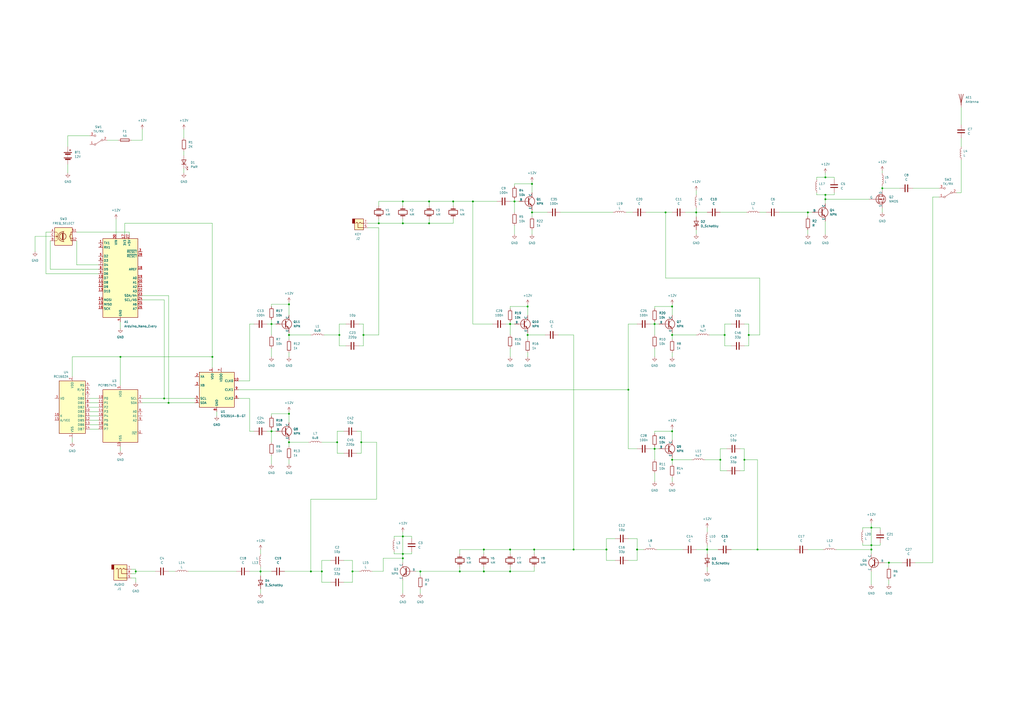
<source format=kicad_sch>
(kicad_sch (version 20230121) (generator eeschema)
  (paper "A2")
  (junction (at 309.88 318.77))
  (junction (at 420.37 194.31))
  (junction (at 248.92 116.84))
  (junction (at 69.85 207.01))
  (junction (at 478.79 102.87))
  (junction (at 295.91 187.96))
  (junction (at 403.86 123.19))
  (junction (at 280.67 318.77))
  (junction (at 209.55 256.54))
  (junction (at 196.85 194.31))
  (junction (at 410.21 318.77))
  (junction (at 295.91 318.77))
  (junction (at 151.13 331.47))
  (junction (at 389.89 194.31))
  (junction (at 511.81 109.22))
  (junction (at 439.42 318.77))
  (junction (at 389.89 177.8))
  (junction (at 417.83 266.7))
  (junction (at 157.48 250.19))
  (junction (at 266.7 331.47))
  (junction (at 379.73 260.35))
  (junction (at 379.73 187.96))
  (junction (at 478.79 113.03))
  (junction (at 248.92 129.54))
  (junction (at 233.68 311.15))
  (junction (at 478.79 115.57))
  (junction (at 233.68 321.31))
  (junction (at 306.07 177.8))
  (junction (at 389.89 250.19))
  (junction (at 505.46 318.77))
  (junction (at 78.74 331.47))
  (junction (at 219.71 129.54))
  (junction (at 351.79 318.77))
  (junction (at 515.62 326.39))
  (junction (at 233.68 323.85))
  (junction (at 95.25 231.14))
  (junction (at 364.49 226.06))
  (junction (at 186.69 331.47))
  (junction (at 274.32 116.84))
  (junction (at 167.64 240.03))
  (junction (at 386.08 123.19))
  (junction (at 233.68 116.84))
  (junction (at 243.84 331.47))
  (junction (at 431.8 266.7))
  (junction (at 233.68 129.54))
  (junction (at 180.34 331.47))
  (junction (at 167.64 176.53))
  (junction (at 505.46 316.23))
  (junction (at 332.74 318.77))
  (junction (at 167.64 194.31))
  (junction (at 97.79 233.68))
  (junction (at 195.58 256.54))
  (junction (at 157.48 187.96))
  (junction (at 468.63 123.19))
  (junction (at 298.45 116.84))
  (junction (at 308.61 106.68))
  (junction (at 123.19 207.01))
  (junction (at 308.61 123.19))
  (junction (at 369.57 318.77))
  (junction (at 262.89 116.84))
  (junction (at 280.67 331.47))
  (junction (at 204.47 331.47))
  (junction (at 389.89 266.7))
  (junction (at 295.91 331.47))
  (junction (at 505.46 306.07))
  (junction (at 434.34 194.31))
  (junction (at 306.07 194.31))
  (junction (at 210.82 194.31))
  (junction (at 167.64 256.54))
  (wire (pts (xy 369.57 318.77) (xy 373.38 318.77)))
  (wire (pts (xy 541.02 114.3) (xy 541.02 326.39)))
  (wire (pts (xy 20.32 137.16) (xy 20.32 146.05)))
  (wire (pts (xy 389.89 250.19) (xy 389.89 255.27)))
  (wire (pts (xy 199.39 325.12) (xy 204.47 325.12)))
  (wire (pts (xy 523.24 326.39) (xy 515.62 326.39)))
  (wire (pts (xy 513.08 326.39) (xy 515.62 326.39)))
  (wire (pts (xy 410.21 321.31) (xy 410.21 318.77)))
  (wire (pts (xy 200.66 200.66) (xy 196.85 200.66)))
  (wire (pts (xy 191.77 337.82) (xy 186.69 337.82)))
  (wire (pts (xy 274.32 116.84) (xy 288.29 116.84)))
  (wire (pts (xy 403.86 125.73) (xy 403.86 123.19)))
  (wire (pts (xy 440.69 194.31) (xy 434.34 194.31)))
  (wire (pts (xy 266.7 331.47) (xy 280.67 331.47)))
  (wire (pts (xy 262.89 129.54) (xy 248.92 129.54)))
  (wire (pts (xy 389.89 177.8) (xy 389.89 182.88)))
  (wire (pts (xy 403.86 110.49) (xy 403.86 113.03)))
  (wire (pts (xy 157.48 176.53) (xy 167.64 176.53)))
  (wire (pts (xy 364.49 260.35) (xy 369.57 260.35)))
  (wire (pts (xy 78.74 330.2) (xy 78.74 331.47)))
  (wire (pts (xy 351.79 318.77) (xy 351.79 325.12)))
  (wire (pts (xy 208.28 187.96) (xy 210.82 187.96)))
  (wire (pts (xy 309.88 328.93) (xy 309.88 331.47)))
  (wire (pts (xy 266.7 328.93) (xy 266.7 331.47)))
  (wire (pts (xy 204.47 331.47) (xy 208.28 331.47)))
  (wire (pts (xy 483.87 102.87) (xy 478.79 102.87)))
  (wire (pts (xy 222.25 331.47) (xy 215.9 331.47)))
  (wire (pts (xy 69.85 190.5) (xy 69.85 186.69)))
  (wire (pts (xy 541.02 114.3) (xy 544.83 114.3)))
  (wire (pts (xy 379.73 186.69) (xy 379.73 187.96)))
  (wire (pts (xy 41.91 256.54) (xy 41.91 254)))
  (wire (pts (xy 82.55 81.28) (xy 76.2 81.28)))
  (wire (pts (xy 39.37 85.09) (xy 39.37 78.74)))
  (wire (pts (xy 72.39 129.54) (xy 123.19 129.54)))
  (wire (pts (xy 26.67 158.75) (xy 57.15 158.75)))
  (wire (pts (xy 295.91 179.07) (xy 295.91 177.8)))
  (wire (pts (xy 243.84 334.01) (xy 243.84 331.47)))
  (wire (pts (xy 541.02 326.39) (xy 530.86 326.39)))
  (wire (pts (xy 233.68 321.31) (xy 233.68 311.15)))
  (wire (pts (xy 274.32 116.84) (xy 274.32 187.96)))
  (wire (pts (xy 478.79 115.57) (xy 504.19 115.57)))
  (wire (pts (xy 417.83 123.19) (xy 433.07 123.19)))
  (wire (pts (xy 505.46 316.23) (xy 505.46 306.07)))
  (wire (pts (xy 505.46 318.77) (xy 505.46 321.31)))
  (wire (pts (xy 379.73 179.07) (xy 379.73 177.8)))
  (wire (pts (xy 167.64 207.033) (xy 167.64 204.47)))
  (wire (pts (xy 510.54 314.96) (xy 510.54 316.23)))
  (wire (pts (xy 39.37 100.33) (xy 39.37 95.25)))
  (wire (pts (xy 434.34 200.66) (xy 434.34 194.31)))
  (wire (pts (xy 500.38 306.07) (xy 505.46 306.07)))
  (wire (pts (xy 233.68 129.54) (xy 248.92 129.54)))
  (wire (pts (xy 389.89 176.53) (xy 389.89 177.8)))
  (wire (pts (xy 420.37 187.96) (xy 424.18 187.96)))
  (wire (pts (xy 280.67 318.77) (xy 266.7 318.77)))
  (wire (pts (xy 233.68 323.85) (xy 233.68 326.39)))
  (wire (pts (xy 167.64 238.76) (xy 167.64 240.03)))
  (wire (pts (xy 420.37 194.31) (xy 411.48 194.31)))
  (wire (pts (xy 39.37 78.74) (xy 52.07 78.74)))
  (wire (pts (xy 309.88 318.77) (xy 332.74 318.77)))
  (wire (pts (xy 186.69 325.12) (xy 186.69 331.47)))
  (wire (pts (xy 420.37 200.66) (xy 420.37 194.31)))
  (wire (pts (xy 410.21 306.07) (xy 410.21 308.61)))
  (wire (pts (xy 144.78 220.98) (xy 138.43 220.98)))
  (wire (pts (xy 144.78 250.19) (xy 147.32 250.19)))
  (wire (pts (xy 389.89 193.04) (xy 389.89 194.31)))
  (wire (pts (xy 262.89 127) (xy 262.89 129.54)))
  (wire (pts (xy 309.88 321.31) (xy 309.88 318.77)))
  (wire (pts (xy 364.49 187.96) (xy 364.49 226.06)))
  (wire (pts (xy 468.63 123.19) (xy 471.17 123.19)))
  (wire (pts (xy 248.92 116.84) (xy 248.92 119.38)))
  (wire (pts (xy 138.43 226.06) (xy 364.49 226.06)))
  (wire (pts (xy 424.18 200.66) (xy 420.37 200.66)))
  (wire (pts (xy 248.92 116.84) (xy 262.89 116.84)))
  (wire (pts (xy 218.44 289.56) (xy 218.44 256.54)))
  (wire (pts (xy 295.91 331.47) (xy 280.67 331.47)))
  (wire (pts (xy 431.8 187.96) (xy 434.34 187.96)))
  (wire (pts (xy 500.38 306.07) (xy 500.38 307.34)))
  (wire (pts (xy 369.57 318.77) (xy 369.57 325.12)))
  (wire (pts (xy 410.21 318.77) (xy 410.21 316.23)))
  (wire (pts (xy 238.76 311.15) (xy 233.68 311.15)))
  (wire (pts (xy 386.08 123.19) (xy 386.08 161.29)))
  (wire (pts (xy 44.45 153.67) (xy 57.15 153.67)))
  (wire (pts (xy 151.13 331.47) (xy 151.13 328.93)))
  (wire (pts (xy 511.81 109.22) (xy 511.81 110.49)))
  (wire (pts (xy 309.88 318.77) (xy 295.91 318.77)))
  (wire (pts (xy 374.65 123.19) (xy 386.08 123.19)))
  (wire (pts (xy 167.64 176.53) (xy 167.64 182.88)))
  (wire (pts (xy 364.49 187.96) (xy 369.57 187.96)))
  (wire (pts (xy 233.68 323.85) (xy 233.68 321.31)))
  (wire (pts (xy 78.74 331.47) (xy 90.17 331.47)))
  (wire (pts (xy 52.07 246.38) (xy 57.15 246.38)))
  (wire (pts (xy 379.73 260.35) (xy 379.73 266.7)))
  (wire (pts (xy 238.76 312.42) (xy 238.76 311.15)))
  (wire (pts (xy 125.73 241.3) (xy 125.73 238.76)))
  (wire (pts (xy 52.07 238.76) (xy 57.15 238.76)))
  (wire (pts (xy 207.01 250.19) (xy 209.55 250.19)))
  (wire (pts (xy 167.64 240.03) (xy 167.64 245.11)))
  (wire (pts (xy 180.34 289.56) (xy 218.44 289.56)))
  (wire (pts (xy 379.73 187.96) (xy 379.73 194.31)))
  (wire (pts (xy 186.69 325.12) (xy 191.77 325.12)))
  (wire (pts (xy 295.91 187.96) (xy 298.45 187.96)))
  (wire (pts (xy 364.49 260.35) (xy 364.49 226.06)))
  (wire (pts (xy 219.71 129.54) (xy 233.68 129.54)))
  (wire (pts (xy 196.85 187.96) (xy 196.85 194.31)))
  (wire (pts (xy 52.07 231.14) (xy 57.15 231.14)))
  (wire (pts (xy 386.08 123.19) (xy 389.89 123.19)))
  (wire (pts (xy 431.8 273.05) (xy 431.8 266.7)))
  (wire (pts (xy 123.19 207.01) (xy 69.85 207.01)))
  (wire (pts (xy 308.61 123.19) (xy 317.5 123.19)))
  (wire (pts (xy 363.22 123.19) (xy 367.03 123.19)))
  (wire (pts (xy 417.83 273.05) (xy 417.83 266.7)))
  (wire (pts (xy 78.74 330.2) (xy 76.2 330.2)))
  (wire (pts (xy 167.64 255.27) (xy 167.64 256.54)))
  (wire (pts (xy 186.69 331.47) (xy 186.69 337.82)))
  (wire (pts (xy 431.8 200.66) (xy 434.34 200.66)))
  (wire (pts (xy 389.89 248.92) (xy 389.89 250.19)))
  (wire (pts (xy 298.45 106.68) (xy 308.61 106.68)))
  (wire (pts (xy 151.13 344.17) (xy 151.13 341.63)))
  (wire (pts (xy 233.68 116.84) (xy 248.92 116.84)))
  (wire (pts (xy 389.89 265.43) (xy 389.89 266.7)))
  (wire (pts (xy 511.81 123.19) (xy 511.81 120.65)))
  (wire (pts (xy 421.64 273.05) (xy 417.83 273.05)))
  (wire (pts (xy 364.49 312.42) (xy 369.57 312.42)))
  (wire (pts (xy 557.53 80.01) (xy 557.53 85.09)))
  (wire (pts (xy 306.07 177.8) (xy 306.07 182.88)))
  (wire (pts (xy 243.84 331.47) (xy 266.7 331.47)))
  (wire (pts (xy 511.81 109.22) (xy 521.97 109.22)))
  (wire (pts (xy 416.56 318.77) (xy 410.21 318.77)))
  (wire (pts (xy 351.79 312.42) (xy 351.79 318.77)))
  (wire (pts (xy 82.55 171.45) (xy 97.79 171.45)))
  (wire (pts (xy 167.64 256.54) (xy 167.64 259.08)))
  (wire (pts (xy 431.8 266.7) (xy 439.42 266.7)))
  (wire (pts (xy 44.45 139.7) (xy 44.45 153.67)))
  (wire (pts (xy 309.88 331.47) (xy 295.91 331.47)))
  (wire (pts (xy 233.68 344.17) (xy 233.68 336.55)))
  (wire (pts (xy 468.63 135.89) (xy 468.63 133.35)))
  (wire (pts (xy 306.07 194.31) (xy 316.23 194.31)))
  (wire (pts (xy 478.79 135.89) (xy 478.79 128.27)))
  (wire (pts (xy 452.12 123.19) (xy 468.63 123.19)))
  (wire (pts (xy 106.68 80.01) (xy 106.68 74.93)))
  (wire (pts (xy 306.07 176.53) (xy 306.07 177.8)))
  (wire (pts (xy 403.86 135.89) (xy 403.86 133.35)))
  (wire (pts (xy 219.71 132.08) (xy 219.71 194.31)))
  (wire (pts (xy 167.64 194.31) (xy 180.34 194.31)))
  (wire (pts (xy 483.87 104.14) (xy 483.87 102.87)))
  (wire (pts (xy 356.87 325.12) (xy 351.79 325.12)))
  (wire (pts (xy 295.91 207.01) (xy 295.91 201.93)))
  (wire (pts (xy 78.74 335.28) (xy 78.74 337.82)))
  (wire (pts (xy 510.54 307.34) (xy 510.54 306.07)))
  (wire (pts (xy 403.86 123.19) (xy 403.86 120.65)))
  (wire (pts (xy 29.21 156.21) (xy 57.15 156.21)))
  (wire (pts (xy 515.62 339.09) (xy 515.62 336.55)))
  (wire (pts (xy 332.74 318.77) (xy 351.79 318.77)))
  (wire (pts (xy 233.68 119.38) (xy 233.68 116.84)))
  (wire (pts (xy 468.63 318.77) (xy 477.52 318.77)))
  (wire (pts (xy 308.61 121.92) (xy 308.61 123.19)))
  (wire (pts (xy 505.46 306.07) (xy 505.46 303.53)))
  (wire (pts (xy 266.7 321.31) (xy 266.7 318.77)))
  (wire (pts (xy 554.99 111.76) (xy 557.53 111.76)))
  (wire (pts (xy 308.61 123.19) (xy 308.61 125.73)))
  (wire (pts (xy 157.48 187.96) (xy 157.48 194.31)))
  (wire (pts (xy 219.71 119.38) (xy 219.71 116.84)))
  (wire (pts (xy 74.93 135.89) (xy 74.93 134.62)))
  (wire (pts (xy 26.67 134.62) (xy 26.67 158.75)))
  (wire (pts (xy 280.67 331.47) (xy 280.67 328.93)))
  (wire (pts (xy 106.68 97.79) (xy 106.68 100.33)))
  (wire (pts (xy 478.79 113.03) (xy 483.87 113.03)))
  (wire (pts (xy 69.85 261.62) (xy 69.85 259.08)))
  (wire (pts (xy 500.38 316.23) (xy 505.46 316.23)))
  (wire (pts (xy 420.37 187.96) (xy 420.37 194.31)))
  (wire (pts (xy 52.07 241.3) (xy 57.15 241.3)))
  (wire (pts (xy 440.69 123.19) (xy 444.5 123.19)))
  (wire (pts (xy 478.79 102.87) (xy 478.79 100.33)))
  (wire (pts (xy 228.6 320.04) (xy 228.6 321.31)))
  (wire (pts (xy 209.55 262.89) (xy 209.55 256.54)))
  (wire (pts (xy 123.19 207.01) (xy 123.19 213.36)))
  (wire (pts (xy 440.69 161.29) (xy 386.08 161.29)))
  (wire (pts (xy 82.55 74.93) (xy 82.55 81.28)))
  (wire (pts (xy 213.36 129.54) (xy 219.71 129.54)))
  (wire (pts (xy 262.89 116.84) (xy 274.32 116.84)))
  (wire (pts (xy 243.84 344.17) (xy 243.84 341.63)))
  (wire (pts (xy 511.81 107.95) (xy 511.81 109.22)))
  (wire (pts (xy 138.43 231.14) (xy 144.78 231.14)))
  (wire (pts (xy 113.03 231.14) (xy 95.25 231.14)))
  (wire (pts (xy 473.71 102.87) (xy 478.79 102.87)))
  (wire (pts (xy 144.78 231.14) (xy 144.78 250.19)))
  (wire (pts (xy 196.85 200.66) (xy 196.85 194.31)))
  (wire (pts (xy 274.32 187.96) (xy 285.75 187.96)))
  (wire (pts (xy 379.73 259.08) (xy 379.73 260.35)))
  (wire (pts (xy 379.73 177.8) (xy 389.89 177.8)))
  (wire (pts (xy 20.32 137.16) (xy 29.21 137.16)))
  (wire (pts (xy 97.79 171.45) (xy 97.79 233.68)))
  (wire (pts (xy 389.89 207.033) (xy 389.89 204.47)))
  (wire (pts (xy 424.18 318.77) (xy 439.42 318.77)))
  (wire (pts (xy 222.25 323.85) (xy 233.68 323.85)))
  (wire (pts (xy 97.79 233.68) (xy 113.03 233.68)))
  (wire (pts (xy 218.44 256.54) (xy 209.55 256.54)))
  (wire (pts (xy 52.07 233.68) (xy 57.15 233.68)))
  (wire (pts (xy 295.91 318.77) (xy 295.91 321.31)))
  (wire (pts (xy 377.19 260.35) (xy 379.73 260.35)))
  (wire (pts (xy 468.63 125.73) (xy 468.63 123.19)))
  (wire (pts (xy 41.91 207.01) (xy 69.85 207.01)))
  (wire (pts (xy 180.34 289.56) (xy 180.34 331.47)))
  (wire (pts (xy 157.48 248.92) (xy 157.48 250.19)))
  (wire (pts (xy 195.58 250.19) (xy 195.58 256.54)))
  (wire (pts (xy 298.45 116.84) (xy 300.99 116.84)))
  (wire (pts (xy 308.61 105.41) (xy 308.61 106.68)))
  (wire (pts (xy 295.91 116.84) (xy 298.45 116.84)))
  (wire (pts (xy 195.58 256.54) (xy 186.69 256.54)))
  (wire (pts (xy 389.89 266.7) (xy 389.89 269.24)))
  (wire (pts (xy 379.73 251.46) (xy 379.73 250.19)))
  (wire (pts (xy 199.39 337.82) (xy 204.47 337.82)))
  (wire (pts (xy 52.07 243.84) (xy 57.15 243.84)))
  (wire (pts (xy 417.83 260.35) (xy 417.83 266.7)))
  (wire (pts (xy 208.28 200.66) (xy 210.82 200.66)))
  (wire (pts (xy 157.48 250.19) (xy 157.48 256.54)))
  (wire (pts (xy 295.91 187.96) (xy 295.91 194.31)))
  (wire (pts (xy 157.48 176.53) (xy 157.48 177.8)))
  (wire (pts (xy 295.91 186.69) (xy 295.91 187.96)))
  (wire (pts (xy 500.38 314.96) (xy 500.38 316.23)))
  (wire (pts (xy 210.82 194.31) (xy 219.71 194.31)))
  (wire (pts (xy 157.48 250.19) (xy 160.02 250.19)))
  (wire (pts (xy 52.07 236.22) (xy 57.15 236.22)))
  (wire (pts (xy 478.79 115.57) (xy 478.79 118.11)))
  (wire (pts (xy 157.48 207.01) (xy 157.48 201.93)))
  (wire (pts (xy 429.26 273.05) (xy 431.8 273.05)))
  (wire (pts (xy 222.25 323.85) (xy 222.25 331.47)))
  (wire (pts (xy 439.42 266.7) (xy 439.42 318.77)))
  (wire (pts (xy 379.73 250.19) (xy 389.89 250.19)))
  (wire (pts (xy 228.6 311.15) (xy 228.6 312.42)))
  (wire (pts (xy 97.79 233.68) (xy 82.55 233.68)))
  (wire (pts (xy 511.81 99.06) (xy 511.81 100.33)))
  (wire (pts (xy 72.39 135.89) (xy 72.39 129.54)))
  (wire (pts (xy 485.14 318.77) (xy 505.46 318.77)))
  (wire (pts (xy 389.89 266.7) (xy 401.32 266.7)))
  (wire (pts (xy 165.1 331.47) (xy 180.34 331.47)))
  (wire (pts (xy 379.73 207.01) (xy 379.73 201.93)))
  (wire (pts (xy 67.31 127) (xy 67.31 135.89)))
  (wire (pts (xy 379.73 279.4) (xy 379.73 274.32)))
  (wire (pts (xy 228.6 311.15) (xy 233.68 311.15)))
  (wire (pts (xy 295.91 177.8) (xy 306.07 177.8)))
  (wire (pts (xy 478.79 113.03) (xy 478.79 115.57)))
  (wire (pts (xy 379.73 187.96) (xy 382.27 187.96)))
  (wire (pts (xy 157.48 187.96) (xy 160.02 187.96)))
  (wire (pts (xy 510.54 306.07) (xy 505.46 306.07)))
  (wire (pts (xy 280.67 321.31) (xy 280.67 318.77)))
  (wire (pts (xy 157.48 240.03) (xy 167.64 240.03)))
  (wire (pts (xy 167.64 193.04) (xy 167.64 194.31)))
  (wire (pts (xy 167.64 175.26) (xy 167.64 176.53)))
  (wire (pts (xy 167.64 194.31) (xy 167.64 196.85)))
  (wire (pts (xy 410.21 123.19) (xy 403.86 123.19)))
  (wire (pts (xy 210.82 194.31) (xy 210.82 187.96)))
  (wire (pts (xy 41.91 207.01) (xy 41.91 218.44)))
  (wire (pts (xy 95.25 173.99) (xy 82.55 173.99)))
  (wire (pts (xy 293.37 187.96) (xy 295.91 187.96)))
  (wire (pts (xy 306.07 193.04) (xy 306.07 194.31)))
  (wire (pts (xy 515.62 328.93) (xy 515.62 326.39)))
  (wire (pts (xy 62.23 81.28) (xy 68.58 81.28)))
  (wire (pts (xy 351.79 312.42) (xy 356.87 312.42)))
  (wire (pts (xy 434.34 194.31) (xy 434.34 187.96)))
  (wire (pts (xy 298.45 115.57) (xy 298.45 116.84)))
  (wire (pts (xy 151.13 334.01) (xy 151.13 331.47)))
  (wire (pts (xy 219.71 127) (xy 219.71 129.54)))
  (wire (pts (xy 69.85 207.01) (xy 69.85 223.52)))
  (wire (pts (xy 417.83 266.7) (xy 408.94 266.7)))
  (wire (pts (xy 505.46 339.09) (xy 505.46 331.47)))
  (wire (pts (xy 505.46 318.77) (xy 505.46 316.23)))
  (wire (pts (xy 157.48 269.24) (xy 157.48 264.16)))
  (wire (pts (xy 557.53 62.23) (xy 557.53 72.39)))
  (wire (pts (xy 377.19 187.96) (xy 379.73 187.96)))
  (wire (pts (xy 210.82 194.31) (xy 210.82 200.66)))
  (wire (pts (xy 82.55 231.14) (xy 95.25 231.14)))
  (wire (pts (xy 308.61 135.913) (xy 308.61 133.35)))
  (wire (pts (xy 379.73 260.35) (xy 382.27 260.35)))
  (wire (pts (xy 195.58 250.19) (xy 199.39 250.19)))
  (wire (pts (xy 397.51 123.19) (xy 403.86 123.19)))
  (wire (pts (xy 180.34 331.47) (xy 186.69 331.47)))
  (wire (pts (xy 196.85 187.96) (xy 200.66 187.96)))
  (wire (pts (xy 295.91 318.77) (xy 280.67 318.77)))
  (wire (pts (xy 219.71 116.84) (xy 233.68 116.84)))
  (wire (pts (xy 144.78 187.96) (xy 147.32 187.96)))
  (wire (pts (xy 308.61 106.68) (xy 308.61 111.76)))
  (wire (pts (xy 389.89 279.423) (xy 389.89 276.86)))
  (wire (pts (xy 369.57 312.42) (xy 369.57 318.77)))
  (wire (pts (xy 52.07 248.92) (xy 57.15 248.92)))
  (wire (pts (xy 381 318.77) (xy 396.24 318.77)))
  (wire (pts (xy 204.47 325.12) (xy 204.47 331.47)))
  (wire (pts (xy 298.45 107.95) (xy 298.45 106.68)))
  (wire (pts (xy 233.68 311.15) (xy 233.68 308.61)))
  (wire (pts (xy 207.01 262.89) (xy 209.55 262.89)))
  (wire (pts (xy 241.3 331.47) (xy 243.84 331.47)))
  (wire (pts (xy 97.79 331.47) (xy 101.6 331.47)))
  (wire (pts (xy 403.86 318.77) (xy 410.21 318.77)))
  (wire (pts (xy 199.39 262.89) (xy 195.58 262.89)))
  (wire (pts (xy 364.49 325.12) (xy 369.57 325.12)))
  (wire (pts (xy 228.6 321.31) (xy 233.68 321.31)))
  (wire (pts (xy 76.2 332.74) (xy 78.74 332.74)))
  (wire (pts (xy 298.45 116.84) (xy 298.45 123.19)))
  (wire (pts (xy 95.25 173.99) (xy 95.25 231.14)))
  (wire (pts (xy 144.78 187.96) (xy 144.78 220.98)))
  (wire (pts (xy 483.87 111.76) (xy 483.87 113.03)))
  (wire (pts (xy 44.45 134.62) (xy 74.93 134.62)))
  (wire (pts (xy 109.22 331.47) (xy 137.16 331.47)))
  (wire (pts (xy 78.74 335.28) (xy 76.2 335.28)))
  (wire (pts (xy 167.64 269.263) (xy 167.64 266.7)))
  (wire (pts (xy 295.91 328.93) (xy 295.91 331.47)))
  (wire (pts (xy 154.94 250.19) (xy 157.48 250.19)))
  (wire (pts (xy 233.68 321.31) (xy 238.76 321.31)))
  (wire (pts (xy 238.76 320.04) (xy 238.76 321.31)))
  (wire (pts (xy 157.48 331.47) (xy 151.13 331.47)))
  (wire (pts (xy 196.85 194.31) (xy 187.96 194.31)))
  (wire (pts (xy 204.47 331.47) (xy 204.47 337.82)))
  (wire (pts (xy 106.68 90.17) (xy 106.68 87.63)))
  (wire (pts (xy 473.71 102.87) (xy 473.71 104.14)))
  (wire (pts (xy 298.45 135.89) (xy 298.45 130.81)))
  (wire (pts (xy 473.71 111.76) (xy 473.71 113.03)))
  (wire (pts (xy 157.48 185.42) (xy 157.48 187.96)))
  (wire (pts (xy 262.89 119.38) (xy 262.89 116.84)))
  (wire (pts (xy 429.26 260.35) (xy 431.8 260.35)))
  (wire (pts (xy 439.42 318.77) (xy 461.01 318.77)))
  (wire (pts (xy 389.89 194.31) (xy 389.89 196.85)))
  (wire (pts (xy 233.68 129.54) (xy 233.68 127)))
  (wire (pts (xy 389.89 194.31) (xy 403.86 194.31)))
  (wire (pts (xy 306.07 207.033) (xy 306.07 204.47)))
  (wire (pts (xy 144.78 331.47) (xy 151.13 331.47)))
  (wire (pts (xy 306.07 194.31) (xy 306.07 196.85)))
  (wire (pts (xy 29.21 139.7) (xy 29.21 156.21)))
  (wire (pts (xy 195.58 262.89) (xy 195.58 256.54)))
  (wire (pts (xy 431.8 266.7) (xy 431.8 260.35)))
  (wire (pts (xy 167.64 256.54) (xy 179.07 256.54)))
  (wire (pts (xy 440.69 161.29) (xy 440.69 194.31)))
  (wire (pts (xy 219.71 132.08) (xy 213.36 132.08)))
  (wire (pts (xy 323.85 194.31) (xy 332.74 194.31)))
  (wire (pts (xy 529.59 109.22) (xy 544.83 109.22)))
  (wire (pts (xy 332.74 194.31) (xy 332.74 318.77)))
  (wire (pts (xy 123.19 129.54) (xy 123.19 207.01)))
  (wire (pts (xy 154.94 187.96) (xy 157.48 187.96)))
  (wire (pts (xy 417.83 260.35) (xy 421.64 260.35)))
  (wire (pts (xy 505.46 316.23) (xy 510.54 316.23)))
  (wire (pts (xy 557.53 111.76) (xy 557.53 92.71)))
  (wire (pts (xy 248.92 127) (xy 248.92 129.54)))
  (wire (pts (xy 209.55 250.19) (xy 209.55 256.54)))
  (wire (pts (xy 78.74 332.74) (xy 78.74 331.47)))
  (wire (pts (xy 410.21 331.47) (xy 410.21 328.93)))
  (wire (pts (xy 325.12 123.19) (xy 355.6 123.19)))
  (wire (pts (xy 29.21 134.62) (xy 26.67 134.62)))
  (wire (pts (xy 473.71 113.03) (xy 478.79 113.03)))
  (wire (pts (xy 151.13 318.77) (xy 151.13 321.31)))
  (wire (pts (xy 157.48 240.03) (xy 157.48 241.3)))
  (symbol (lib_id "Device:L") (at 403.86 116.84 180) (unit 1)
    (property "Reference" "L6" (at 405.13 115.57 0) (effects (justify right)))
    (property "Value" "L" (at 405.13 118.11 0) (effects (justify right)))
  )
  (symbol (lib_id "power:+12V") (at 106.68 74.93 0) (unit 1)
    (property "Reference" "#PWR055" (effects hide))
    (property "Value" "+12V" (at 106.68 69.85 0))
  )
  (symbol (lib_id "power:+12V") (at 308.61 105.41 0) (unit 1)
    (property "Reference" "#PWR026" (effects hide))
    (property "Value" "+12V" (at 308.61 100.33 0))
  )
  (symbol (lib_id "Device:L") (at 405.13 266.7 90) (unit 1)
    (property "Reference" "L11" (at 405.13 261.62 90))
    (property "Value" "4u7" (at 405.13 264.16 90))
  )
  (symbol (lib_id "Device:C") (at 370.84 123.19 90) (unit 1)
    (property "Reference" "C20" (at 370.84 115.57 90))
    (property "Value" "C" (at 370.84 118.11 90))
  )
  (symbol (lib_id "power:GND") (at 20.32 146.05 0) (unit 1)
    (property "Reference" "#PWR012" (effects hide))
    (property "Value" "GND" (at 20.32 151.13 0))
  )
  (symbol (lib_id "Device:R") (at 298.45 111.76 0) (unit 1)
    (property "Reference" "R4" (at 300.99 110.49 0) (effects (justify left)))
    (property "Value" "10k" (at 300.99 113.03 0) (effects (justify left)))
  )
  (symbol (lib_id "Device:C") (at 527.05 326.39 90) (unit 1)
    (property "Reference" "C27" (at 527.05 318.77 90))
    (property "Value" "C" (at 527.05 321.31 90))
  )
  (symbol (lib_id "Device:C") (at 151.13 250.19 90) (unit 1)
    (property "Reference" "C24" (at 151.13 242.57 90))
    (property "Value" "100n" (at 151.13 245.11 90))
  )
  (symbol (lib_id "Device:R") (at 243.84 337.82 0) (unit 1)
    (property "Reference" "R3" (at 246.38 336.55 0) (effects (justify left)))
    (property "Value" "R" (at 246.38 339.09 0) (effects (justify left)))
  )
  (symbol (lib_id "Device:C") (at 360.68 312.42 90) (unit 1)
    (property "Reference" "C12" (at 360.68 304.8 90))
    (property "Value" "10p" (at 360.68 307.34 90))
  )
  (symbol (lib_id "power:GND") (at 515.62 339.09 0) (unit 1)
    (property "Reference" "#PWR038" (effects hide))
    (property "Value" "GND" (at 515.62 344.17 0))
  )
  (symbol (lib_id "Device:C") (at 195.58 337.82 90) (unit 1)
    (property "Reference" "C22" (at 195.58 330.2 90))
    (property "Value" "33p" (at 195.58 332.74 90))
  )
  (symbol (lib_id "power:GND") (at 151.13 344.17 0) (unit 1)
    (property "Reference" "#PWR035" (effects hide))
    (property "Value" "GND" (at 151.13 349.25 0))
  )
  (symbol (lib_id "Device:C") (at 238.76 316.23 0) (unit 1)
    (property "Reference" "C3" (at 242.57 314.96 0) (effects (justify left)))
    (property "Value" "C" (at 242.57 317.5 0) (effects (justify left)))
  )
  (symbol (lib_id "Device:L") (at 377.19 318.77 90) (unit 1)
    (property "Reference" "L8" (at 377.19 313.69 90))
    (property "Value" "L" (at 377.19 316.23 90))
  )
  (symbol (lib_id "power:+12V") (at 403.86 110.49 0) (unit 1)
    (property "Reference" "#PWR030" (effects hide))
    (property "Value" "+12V" (at 403.86 105.41 0))
  )
  (symbol (lib_id "Device:C") (at 321.31 123.19 90) (unit 1)
    (property "Reference" "C35" (at 321.31 115.57 90))
    (property "Value" "100n" (at 321.31 118.11 90))
  )
  (symbol (lib_id "Device:Crystal") (at 280.67 325.12 90) (unit 1)
    (property "Reference" "Y6" (at 284.48 323.85 90) (effects (justify right)))
    (property "Value" "4M" (at 284.48 326.39 90) (effects (justify right)))
  )
  (symbol (lib_id "Device:L") (at 212.09 331.47 90) (unit 1)
    (property "Reference" "L15" (at 212.09 326.39 90))
    (property "Value" "L" (at 212.09 328.93 90))
  )
  (symbol (lib_id "Device:R") (at 379.73 198.12 0) (unit 1)
    (property "Reference" "R10" (at 382.27 196.85 0) (effects (justify left)))
    (property "Value" "10k" (at 382.27 199.39 0) (effects (justify left)))
  )
  (symbol (lib_id "power:+12V") (at 306.07 176.53 0) (unit 1)
    (property "Reference" "#PWR011" (effects hide))
    (property "Value" "+12V" (at 306.07 171.45 0))
  )
  (symbol (lib_id "Device:C") (at 464.82 318.77 90) (unit 1)
    (property "Reference" "C17" (at 464.82 311.15 90))
    (property "Value" "C" (at 464.82 313.69 90))
  )
  (symbol (lib_id "Simulation_SPICE:NPN") (at 236.22 331.47 0) (mirror y) (unit 1)
    (property "Reference" "Q3" (at 231.14 330.2 0) (effects (justify left)))
    (property "Value" "NPN" (at 231.14 332.74 0) (effects (justify left)))
    (property "Sim.Device" "NPN" (effects hide))
    (property "Sim.Type" "GUMMELPOON" (effects hide))
    (property "Sim.Pins" "1=C 2=B 3=E" (effects hide))
  )
  (symbol (lib_id "Device:C") (at 203.2 250.19 90) (unit 1)
    (property "Reference" "C42" (at 203.2 242.57 90))
    (property "Value" "10p" (at 203.2 245.11 90))
  )
  (symbol (lib_id "power:GND") (at 295.91 207.01 0) (unit 1)
    (property "Reference" "#PWR045" (effects hide))
    (property "Value" "GND" (at 295.91 212.09 0))
  )
  (symbol (lib_id "Device:C") (at 161.29 331.47 90) (unit 1)
    (property "Reference" "C19" (at 161.29 323.85 90))
    (property "Value" "C" (at 161.29 326.39 90))
  )
  (symbol (lib_id "power:GND") (at 243.84 344.17 0) (unit 1)
    (property "Reference" "#PWR022" (effects hide))
    (property "Value" "GND" (at 243.84 349.25 0))
  )
  (symbol (lib_id "Device:C") (at 427.99 200.66 90) (unit 1)
    (property "Reference" "C46" (at 427.99 193.04 90))
    (property "Value" "33p" (at 427.99 195.58 90))
  )
  (symbol (lib_id "Device:D_Schottky") (at 410.21 325.12 90) (unit 1)
    (property "Reference" "D3" (at 412.75 324.1675 90) (effects (justify right)))
    (property "Value" "D_Schottky" (at 412.75 326.7075 90) (effects (justify right)))
  )
  (symbol (lib_id "power:GND") (at 106.68 100.33 0) (unit 1)
    (property "Reference" "#PWR013" (effects hide))
    (property "Value" "GND" (at 106.68 105.41 0))
  )
  (symbol (lib_id "power:GND") (at 403.86 135.89 0) (unit 1)
    (property "Reference" "#PWR031" (effects hide))
    (property "Value" "GND" (at 403.86 140.97 0))
  )
  (symbol (lib_id "Device:R") (at 295.91 198.12 0) (unit 1)
    (property "Reference" "R15" (at 298.45 196.85 0) (effects (justify left)))
    (property "Value" "10k" (at 298.45 199.39 0) (effects (justify left)))
  )
  (symbol (lib_id "Device:R") (at 515.62 332.74 0) (unit 1)
    (property "Reference" "R6" (at 518.16 331.47 0) (effects (justify left)))
    (property "Value" "R" (at 518.16 334.01 0) (effects (justify left)))
  )
  (symbol (lib_id "Device:C") (at 320.04 194.31 270) (unit 1)
    (property "Reference" "C1" (at 320.04 186.69 90))
    (property "Value" "C" (at 320.04 189.23 90))
  )
  (symbol (lib_id "power:GND") (at 298.45 135.89 0) (unit 1)
    (property "Reference" "#PWR025" (effects hide))
    (property "Value" "GND" (at 298.45 140.97 0))
  )
  (symbol (lib_id "Device:C") (at 360.68 325.12 90) (unit 1)
    (property "Reference" "C16" (at 360.68 317.5 90))
    (property "Value" "33p" (at 360.68 320.04 90))
  )
  (symbol (lib_id "Simulation_SPICE:NPN") (at 165.1 187.96 0) (unit 1)
    (property "Reference" "Q11" (at 170.18 186.69 0) (effects (justify left)))
    (property "Value" "NPN" (at 170.18 189.23 0) (effects (justify left)))
    (property "Sim.Device" "NPN" (effects hide))
    (property "Sim.Type" "GUMMELPOON" (effects hide))
    (property "Sim.Pins" "1=C 2=B 3=E" (effects hide))
  )
  (symbol (lib_id "Device:R") (at 298.45 127 0) (unit 1)
    (property "Reference" "R5" (at 300.99 125.73 0) (effects (justify left)))
    (property "Value" "10k" (at 300.99 128.27 0) (effects (justify left)))
  )
  (symbol (lib_id "power:GND") (at 157.48 207.01 0) (unit 1)
    (property "Reference" "#PWR07" (effects hide))
    (property "Value" "GND" (at 157.48 212.09 0))
  )
  (symbol (lib_id "Device:D_Schottky") (at 151.13 337.82 90) (unit 1)
    (property "Reference" "D4" (at 153.67 336.8675 90) (effects (justify right)))
    (property "Value" "D_Schottky" (at 153.67 339.4075 90) (effects (justify right)))
  )
  (symbol (lib_id "Connector_Audio:AudioJack2") (at 208.28 129.54 0) (mirror x) (unit 1)
    (property "Reference" "J2" (at 207.645 138.43 0))
    (property "Value" "KEY" (at 207.645 135.89 0))
  )
  (symbol (lib_id "Device:C") (at 93.98 331.47 90) (unit 1)
    (property "Reference" "C4" (at 93.98 323.85 90))
    (property "Value" "C" (at 93.98 326.39 90))
  )
  (symbol (lib_id "Device:L") (at 511.81 104.14 0) (unit 1)
    (property "Reference" "L5" (at 513.08 102.87 0) (effects (justify left)))
    (property "Value" "L" (at 513.08 105.41 0) (effects (justify left)))
  )
  (symbol (lib_id "power:GND") (at 379.73 207.01 0) (unit 1)
    (property "Reference" "#PWR039" (effects hide))
    (property "Value" "GND" (at 379.73 212.09 0))
  )
  (symbol (lib_id "Oscillator:Si5351A-B-GT") (at 125.73 226.06 0) (unit 1)
    (property "Reference" "U1" (at 127.9241 238.76 0) (effects (justify left)))
    (property "Value" "Si5351A-B-GT" (at 127.9241 241.3 0) (effects (justify left)))
    (property "Footprint" "Package_SO:MSOP-10_3x3mm_P0.5mm" (effects hide))
    (property "Datasheet" "https://www.silabs.com/documents/public/data-sheets/Si5351-B.pdf" (effects hide))
  )
  (symbol (lib_id "Device:R") (at 379.73 182.88 0) (unit 1)
    (property "Reference" "R20" (at 382.27 181.61 0) (effects (justify left)))
    (property "Value" "10k" (at 382.27 184.15 0) (effects (justify left)))
  )
  (symbol (lib_id "Device:C") (at 510.54 311.15 0) (unit 1)
    (property "Reference" "C21" (at 514.35 309.88 0) (effects (justify left)))
    (property "Value" "C" (at 514.35 312.42 0) (effects (justify left)))
  )
  (symbol (lib_id "Device:R") (at 308.61 129.54 0) (unit 1)
    (property "Reference" "R22" (at 311.15 128.27 0) (effects (justify left)))
    (property "Value" "1k" (at 311.15 130.81 0) (effects (justify left)))
  )
  (symbol (lib_id "Switch:SW_SPDT") (at 549.91 111.76 180) (unit 1)
    (property "Reference" "SW2" (at 549.91 104.14 0))
    (property "Value" "TX/RX" (at 549.91 106.68 0))
  )
  (symbol (lib_id "Device:C") (at 483.87 107.95 0) (unit 1)
    (property "Reference" "C5" (at 487.68 106.68 0) (effects (justify left)))
    (property "Value" "C" (at 487.68 109.22 0) (effects (justify left)))
  )
  (symbol (lib_id "Device:L") (at 407.67 194.31 90) (unit 1)
    (property "Reference" "L9" (at 407.67 189.23 90))
    (property "Value" "4u7" (at 407.67 191.77 90))
  )
  (symbol (lib_id "Device:R") (at 167.64 200.66 0) (unit 1)
    (property "Reference" "R12" (at 170.18 199.39 0) (effects (justify left)))
    (property "Value" "1k" (at 170.18 201.93 0) (effects (justify left)))
  )
  (symbol (lib_id "power:GND") (at 125.73 241.3 0) (unit 1)
    (property "Reference" "#PWR01" (effects hide))
    (property "Value" "GND" (at 125.73 246.38 0))
  )
  (symbol (lib_id "power:GND") (at 69.85 190.5 0) (unit 1)
    (property "Reference" "#PWR02" (effects hide))
    (property "Value" "GND" (at 69.85 195.58 0))
  )
  (symbol (lib_id "Device:C") (at 140.97 331.47 90) (unit 1)
    (property "Reference" "C18" (at 140.97 323.85 90))
    (property "Value" "C" (at 140.97 326.39 90))
  )
  (symbol (lib_id "Device:C") (at 373.38 187.96 90) (unit 1)
    (property "Reference" "C25" (at 373.38 180.34 90))
    (property "Value" "100n" (at 373.38 182.88 90))
  )
  (symbol (lib_id "Device:L") (at 436.88 123.19 90) (unit 1)
    (property "Reference" "L2" (at 436.88 118.11 90))
    (property "Value" "L" (at 436.88 120.65 90))
  )
  (symbol (lib_id "Device:Crystal") (at 262.89 123.19 90) (unit 1)
    (property "Reference" "Y4" (at 266.7 121.92 90) (effects (justify right)))
    (property "Value" "4M" (at 266.7 124.46 90) (effects (justify right)))
  )
  (symbol (lib_id "Device:Crystal") (at 219.71 123.19 90) (unit 1)
    (property "Reference" "Y1" (at 223.52 121.92 90) (effects (justify right)))
    (property "Value" "4M" (at 223.52 124.46 90) (effects (justify right)))
  )
  (symbol (lib_id "Device:C") (at 195.58 325.12 90) (unit 1)
    (property "Reference" "C2" (at 195.58 317.5 90))
    (property "Value" "10p" (at 195.58 320.04 90))
  )
  (symbol (lib_id "Device:C") (at 373.38 260.35 90) (unit 1)
    (property "Reference" "C28" (at 373.38 252.73 90))
    (property "Value" "100n" (at 373.38 255.27 90))
  )
  (symbol (lib_id "power:GND") (at 389.89 207.033 0) (unit 1)
    (property "Reference" "#PWR014" (effects hide))
    (property "Value" "GND" (at 389.89 212.113 0))
  )
  (symbol (lib_id "Simulation_SPICE:NPN") (at 387.35 187.96 0) (unit 1)
    (property "Reference" "Q7" (at 392.43 186.69 0) (effects (justify left)))
    (property "Value" "NPN" (at 392.43 189.23 0) (effects (justify left)))
    (property "Sim.Device" "NPN" (effects hide))
    (property "Sim.Type" "GUMMELPOON" (effects hide))
    (property "Sim.Pins" "1=C 2=B 3=E" (effects hide))
  )
  (symbol (lib_id "power:GND") (at 511.81 123.19 0) (unit 1)
    (property "Reference" "#PWR029" (effects hide))
    (property "Value" "GND" (at 511.81 128.27 0))
  )
  (symbol (lib_id "Device:C") (at 448.31 123.19 90) (unit 1)
    (property "Reference" "C6" (at 448.31 115.57 90))
    (property "Value" "C" (at 448.31 118.11 90))
  )
  (symbol (lib_id "Device:C") (at 151.13 187.96 90) (unit 1)
    (property "Reference" "C13" (at 151.13 180.34 90))
    (property "Value" "100n" (at 151.13 182.88 90))
  )
  (symbol (lib_id "power:GND") (at 41.91 256.54 0) (mirror y) (unit 1)
    (property "Reference" "#PWR010" (effects hide))
    (property "Value" "GND" (at 41.91 261.62 0))
  )
  (symbol (lib_id "Device:Fuse") (at 72.39 81.28 90) (unit 1)
    (property "Reference" "F1" (at 72.39 76.2 90))
    (property "Value" "4A" (at 72.39 78.74 90))
  )
  (symbol (lib_id "Device:C") (at 292.1 116.84 90) (unit 1)
    (property "Reference" "C9" (at 292.1 109.22 90))
    (property "Value" "100n" (at 292.1 111.76 90))
  )
  (symbol (lib_id "Simulation_SPICE:NPN") (at 387.35 260.35 0) (unit 1)
    (property "Reference" "Q9" (at 392.43 259.08 0) (effects (justify left)))
    (property "Value" "NPN" (at 392.43 261.62 0) (effects (justify left)))
    (property "Sim.Device" "NPN" (effects hide))
    (property "Sim.Type" "GUMMELPOON" (effects hide))
    (property "Sim.Pins" "1=C 2=B 3=E" (effects hide))
  )
  (symbol (lib_id "Switch:SW_SPDT") (at 57.15 81.28 180) (unit 1)
    (property "Reference" "SW1" (at 57.15 73.66 0))
    (property "Value" "TX/RX" (at 57.15 76.2 0))
  )
  (symbol (lib_id "power:+12V") (at 167.64 175.26 0) (unit 1)
    (property "Reference" "#PWR046" (effects hide))
    (property "Value" "+12V" (at 167.64 170.18 0))
  )
  (symbol (lib_id "power:GND") (at 69.85 261.62 0) (mirror y) (unit 1)
    (property "Reference" "#PWR08" (effects hide))
    (property "Value" "GND" (at 69.85 266.7 0))
  )
  (symbol (lib_id "Device:R") (at 306.07 200.66 0) (unit 1)
    (property "Reference" "R16" (at 308.61 199.39 0) (effects (justify left)))
    (property "Value" "1k" (at 308.61 201.93 0) (effects (justify left)))
  )
  (symbol (lib_id "Device:C") (at 393.7 123.19 90) (unit 1)
    (property "Reference" "C11" (at 393.7 115.57 90))
    (property "Value" "C" (at 393.7 118.11 90))
  )
  (symbol (lib_id "power:GND") (at 233.68 344.17 0) (unit 1)
    (property "Reference" "#PWR024" (effects hide))
    (property "Value" "GND" (at 233.68 349.25 0))
  )
  (symbol (lib_id "Device:Antenna") (at 557.53 57.15 0) (unit 1)
    (property "Reference" "AE1" (at 560.07 56.515 0) (effects (justify left)))
    (property "Value" "Antenna" (at 560.07 59.055 0) (effects (justify left)))
  )
  (symbol (lib_id "Device:R") (at 157.48 181.61 0) (unit 1)
    (property "Reference" "R17" (at 160.02 180.34 0) (effects (justify left)))
    (property "Value" "10k" (at 160.02 182.88 0) (effects (justify left)))
  )
  (symbol (lib_id "power:GND") (at 389.89 279.423 0) (unit 1)
    (property "Reference" "#PWR041" (effects hide))
    (property "Value" "GND" (at 389.89 284.503 0))
  )
  (symbol (lib_id "Device:C") (at 204.47 200.66 90) (unit 1)
    (property "Reference" "C23" (at 204.47 193.04 90))
    (property "Value" "220p" (at 204.47 195.58 90))
  )
  (symbol (lib_id "Device:L") (at 228.6 316.23 180) (unit 1)
    (property "Reference" "L3" (at 229.87 314.96 0) (effects (justify right)))
    (property "Value" "L" (at 229.87 317.5 0) (effects (justify right)))
  )
  (symbol (lib_id "Device:Battery") (at 39.37 90.17 0) (unit 1)
    (property "Reference" "BT1" (at 43.18 88.3285 0) (effects (justify left)))
    (property "Value" "12V" (at 43.18 90.8685 0) (effects (justify left)))
  )
  (symbol (lib_id "power:+12V") (at 478.79 100.33 0) (unit 1)
    (property "Reference" "#PWR020" (effects hide))
    (property "Value" "+12V" (at 478.79 95.25 0))
  )
  (symbol (lib_id "power:GND") (at 478.79 135.89 0) (unit 1)
    (property "Reference" "#PWR021" (effects hide))
    (property "Value" "GND" (at 478.79 140.97 0))
  )
  (symbol (lib_id "Simulation_SPICE:NPN") (at 303.53 187.96 0) (unit 1)
    (property "Reference" "Q10" (at 308.61 186.69 0) (effects (justify left)))
    (property "Value" "NPN" (at 308.61 189.23 0) (effects (justify left)))
    (property "Sim.Device" "NPN" (effects hide))
    (property "Sim.Type" "GUMMELPOON" (effects hide))
    (property "Sim.Pins" "1=C 2=B 3=E" (effects hide))
  )
  (symbol (lib_id "Device:L") (at 182.88 256.54 90) (unit 1)
    (property "Reference" "L7" (at 182.88 251.46 90))
    (property "Value" "6u8" (at 182.88 254 90))
  )
  (symbol (lib_id "Device:L") (at 473.71 107.95 180) (unit 1)
    (property "Reference" "L17" (at 474.98 106.68 0) (effects (justify right)))
    (property "Value" "L" (at 474.98 109.22 0) (effects (justify right)))
  )
  (symbol (lib_id "Device:Crystal") (at 233.68 123.19 90) (unit 1)
    (property "Reference" "Y2" (at 237.49 121.92 90) (effects (justify right)))
    (property "Value" "4M" (at 237.49 124.46 90) (effects (justify right)))
  )
  (symbol (lib_id "Simulation_SPICE:NPN") (at 508 326.39 0) (mirror y) (unit 1)
    (property "Reference" "Q6" (at 502.92 325.12 0) (effects (justify left)))
    (property "Value" "NPN" (at 502.92 327.66 0) (effects (justify left)))
    (property "Sim.Device" "NPN" (effects hide))
    (property "Sim.Type" "GUMMELPOON" (effects hide))
    (property "Sim.Pins" "1=C 2=B 3=E" (effects hide))
  )
  (symbol (lib_id "Device:R") (at 157.48 198.12 0) (unit 1)
    (property "Reference" "R7" (at 160.02 196.85 0) (effects (justify left)))
    (property "Value" "10k" (at 160.02 199.39 0) (effects (justify left)))
  )
  (symbol (lib_id "Device:R") (at 157.48 245.11 0) (unit 1)
    (property "Reference" "R18" (at 160.02 243.84 0) (effects (justify left)))
    (property "Value" "10k" (at 160.02 246.38 0) (effects (justify left)))
  )
  (symbol (lib_id "Device:C") (at 425.45 273.05 90) (unit 1)
    (property "Reference" "C48" (at 425.45 265.43 90))
    (property "Value" "33p" (at 425.45 267.97 90))
  )
  (symbol (lib_id "Device:C") (at 427.99 187.96 90) (unit 1)
    (property "Reference" "C43" (at 427.99 180.34 90))
    (property "Value" "10p" (at 427.99 182.88 90))
  )
  (symbol (lib_id "Device:C") (at 557.53 76.2 180) (unit 1)
    (property "Reference" "C7" (at 561.34 74.93 0) (effects (justify right)))
    (property "Value" "C" (at 561.34 77.47 0) (effects (justify right)))
  )
  (symbol (lib_id "Device:L") (at 359.41 123.19 90) (unit 1)
    (property "Reference" "L19" (at 359.41 118.11 90))
    (property "Value" "L" (at 359.41 120.65 90))
  )
  (symbol (lib_id "Device:Crystal") (at 309.88 325.12 90) (unit 1)
    (property "Reference" "Y8" (at 313.69 323.85 90) (effects (justify right)))
    (property "Value" "4M" (at 313.69 326.39 90) (effects (justify right)))
  )
  (symbol (lib_id "Device:Crystal") (at 248.92 123.19 90) (unit 1)
    (property "Reference" "Y3" (at 252.73 121.92 90) (effects (justify right)))
    (property "Value" "4M" (at 252.73 124.46 90) (effects (justify right)))
  )
  (symbol (lib_id "Simulation_SPICE:NPN") (at 476.25 123.19 0) (unit 1)
    (property "Reference" "Q4" (at 481.33 121.92 0) (effects (justify left)))
    (property "Value" "NPN" (at 481.33 124.46 0) (effects (justify left)))
    (property "Sim.Device" "NPN" (effects hide))
    (property "Sim.Type" "GUMMELPOON" (effects hide))
    (property "Sim.Pins" "1=C 2=B 3=E" (effects hide))
  )
  (symbol (lib_id "Device:R") (at 295.91 182.88 0) (unit 1)
    (property "Reference" "R19" (at 298.45 181.61 0) (effects (justify left)))
    (property "Value" "10k" (at 298.45 184.15 0) (effects (justify left)))
  )
  (symbol (lib_id "Device:L") (at 557.53 88.9 180) (unit 1)
    (property "Reference" "L4" (at 558.8 87.63 0) (effects (justify right)))
    (property "Value" "L" (at 558.8 90.17 0) (effects (justify right)))
  )
  (symbol (lib_id "Device:L") (at 410.21 312.42 180) (unit 1)
    (property "Reference" "L10" (at 411.48 311.15 0) (effects (justify right)))
    (property "Value" "L" (at 411.48 313.69 0) (effects (justify right)))
  )
  (symbol (lib_id "power:+12V") (at 505.46 303.53 0) (unit 1)
    (property "Reference" "#PWR036" (effects hide))
    (property "Value" "+12V" (at 505.46 298.45 0))
  )
  (symbol (lib_id "Device:R") (at 157.48 260.35 0) (unit 1)
    (property "Reference" "R9" (at 160.02 259.08 0) (effects (justify left)))
    (property "Value" "10k" (at 160.02 261.62 0) (effects (justify left)))
  )
  (symbol (lib_id "Device:Crystal") (at 295.91 325.12 90) (unit 1)
    (property "Reference" "Y7" (at 299.72 323.85 90) (effects (justify right)))
    (property "Value" "4M" (at 299.72 326.39 90) (effects (justify right)))
  )
  (symbol (lib_id "Interface_Expansion:PCF8574TS") (at 69.85 241.3 0) (mirror y) (unit 1)
    (property "Reference" "U3" (at 67.6559 220.98 0) (effects (justify left)))
    (property "Value" "PCF8574TS" (at 67.6559 223.52 0) (effects (justify left)))
    (property "Footprint" "Package_SO:SSOP-20_4.4x6.5mm_P0.65mm" (effects hide))
    (property "Datasheet" "http://www.nxp.com/docs/en/data-sheet/PCF8574_PCF8574A.pdf" (effects hide))
  )
  (symbol (lib_id "power:+12V") (at 410.21 306.07 0) (unit 1)
    (property "Reference" "#PWR032" (effects hide))
    (property "Value" "+12V" (at 410.21 300.99 0))
  )
  (symbol (lib_id "power:+12V") (at 511.81 99.06 0) (unit 1)
    (property "Reference" "#PWR028" (effects hide))
    (property "Value" "+12V" (at 511.81 93.98 0))
  )
  (symbol (lib_id "power:GND") (at 167.64 207.033 0) (unit 1)
    (property "Reference" "#PWR053" (effects hide))
    (property "Value" "GND" (at 167.64 212.113 0))
  )
  (symbol (lib_id "power:+12V") (at 233.68 308.61 0) (unit 1)
    (property "Reference" "#PWR023" (effects hide))
    (property "Value" "+12V" (at 233.68 303.53 0))
  )
  (symbol (lib_id "Device:L") (at 105.41 331.47 90) (unit 1)
    (property "Reference" "L14" (at 105.41 326.39 90))
    (property "Value" "L" (at 105.41 328.93 90))
  )
  (symbol (lib_id "Device:L") (at 184.15 194.31 90) (unit 1)
    (property "Reference" "L1" (at 184.15 189.23 90))
    (property "Value" "6u8" (at 184.15 191.77 90))
  )
  (symbol (lib_id "power:GND") (at 468.63 135.89 0) (unit 1)
    (property "Reference" "#PWR019" (effects hide))
    (property "Value" "GND" (at 468.63 140.97 0))
  )
  (symbol (lib_id "power:+12V") (at 82.55 74.93 0) (unit 1)
    (property "Reference" "#PWR04" (effects hide))
    (property "Value" "+12V" (at 82.55 69.85 0))
  )
  (symbol (lib_id "Device:C") (at 400.05 318.77 90) (unit 1)
    (property "Reference" "C14" (at 400.05 311.15 90))
    (property "Value" "C" (at 400.05 313.69 90))
  )
  (symbol (lib_id "Device:R") (at 167.64 262.89 0) (unit 1)
    (property "Reference" "R13" (at 170.18 261.62 0) (effects (justify left)))
    (property "Value" "1k" (at 170.18 264.16 0) (effects (justify left)))
  )
  (symbol (lib_id "power:GND") (at 167.64 269.263 0) (unit 1)
    (property "Reference" "#PWR044" (effects hide))
    (property "Value" "GND" (at 167.64 274.343 0))
  )
  (symbol (lib_id "Device:L") (at 500.38 311.15 180) (unit 1)
    (property "Reference" "L20" (at 501.65 309.88 0) (effects (justify right)))
    (property "Value" "L" (at 501.65 312.42 0) (effects (justify right)))
  )
  (symbol (lib_id "Device:R") (at 379.73 270.51 0) (unit 1)
    (property "Reference" "R11" (at 382.27 269.24 0) (effects (justify left)))
    (property "Value" "10k" (at 382.27 271.78 0) (effects (justify left)))
  )
  (symbol (lib_id "power:+12V") (at 67.31 127 0) (unit 1)
    (property "Reference" "#PWR03" (effects hide))
    (property "Value" "+12V" (at 67.31 121.92 0))
  )
  (symbol (lib_id "Device:C") (at 204.47 187.96 90) (unit 1)
    (property "Reference" "C41" (effects hide))
    (property "Value" "10p" (at 204.47 182.88 90))
  )
  (symbol (lib_id "Device:R") (at 389.89 200.66 0) (unit 1)
    (property "Reference" "R8" (at 392.43 199.39 0) (effects (justify left)))
    (property "Value" "1k" (at 392.43 201.93 0) (effects (justify left)))
  )
  (symbol (lib_id "Device:RotaryEncoder_Switch") (at 36.83 137.16 0) (unit 1)
    (property "Reference" "SW3" (at 36.83 127 0))
    (property "Value" "FREQ_SELECT" (at 36.83 129.54 0))
  )
  (symbol (lib_id "Device:C") (at 414.02 123.19 90) (unit 1)
    (property "Reference" "C10" (at 414.02 115.57 90))
    (property "Value" "C" (at 414.02 118.11 90))
  )
  (symbol (lib_id "power:GND") (at 306.07 207.033 0) (unit 1)
    (property "Reference" "#PWR047" (effects hide))
    (property "Value" "GND" (at 306.07 212.113 0))
  )
  (symbol (lib_id "power:GND") (at 39.37 100.33 0) (unit 1)
    (property "Reference" "#PWR05" (effects hide))
    (property "Value" "GND" (at 39.37 105.41 0))
  )
  (symbol (lib_id "MCU_Module:Arduino_Nano_Every") (at 69.85 161.29 0) (unit 1)
    (property "Reference" "A1" (at 72.0441 186.69 0) (effects (justify left)))
    (property "Value" "Arduino_Nano_Every" (at 72.0441 189.23 0) (effects (justify left)))
    (property "Footprint" "Module:Arduino_Nano" (effects hide))
    (property "Datasheet" "https://content.arduino.cc/assets/NANOEveryV3.0_sch.pdf" (effects hide))
  )
  (symbol (lib_id "Device:R") (at 389.89 273.05 0) (unit 1)
    (property "Reference" "R14" (at 392.43 271.78 0) (effects (justify left)))
    (property "Value" "1k" (at 392.43 274.32 0) (effects (justify left)))
  )
  (symbol (lib_id "Connector_Audio:AudioJack3") (at 71.12 332.74 0) (mirror x) (unit 1)
    (property "Reference" "J1" (at 69.215 341.63 0))
    (property "Value" "AUDIO" (at 69.215 339.09 0))
  )
  (symbol (lib_id "Simulation_SPICE:NPN") (at 306.07 116.84 0) (unit 1)
    (property "Reference" "Q1" (at 311.15 115.57 0) (effects (justify left)))
    (property "Value" "NPN" (at 311.15 118.11 0) (effects (justify left)))
    (property "Sim.Device" "NPN" (effects hide))
    (property "Sim.Type" "GUMMELPOON" (effects hide))
    (property "Sim.Pins" "1=C 2=B 3=E" (effects hide))
  )
  (symbol (lib_id "power:GND") (at 308.61 135.913 0) (unit 1)
    (property "Reference" "#PWR027" (effects hide))
    (property "Value" "GND" (at 308.61 140.993 0))
  )
  (symbol (lib_id "Device:R") (at 379.73 255.27 0) (unit 1)
    (property "Reference" "R21" (at 382.27 254 0) (effects (justify left)))
    (property "Value" "10k" (at 382.27 256.54 0) (effects (justify left)))
  )
  (symbol (lib_id "Device:C") (at 425.45 260.35 90) (unit 1)
    (property "Reference" "C47" (at 425.45 252.73 90))
    (property "Value" "10p" (at 425.45 255.27 90))
  )
  (symbol (lib_id "Device:C") (at 525.78 109.22 90) (unit 1)
    (property "Reference" "C8" (at 525.78 101.6 90))
    (property "Value" "C" (at 525.78 104.14 90))
  )
  (symbol (lib_id "Simulation_SPICE:NMOS") (at 509.27 115.57 0) (unit 1)
    (property "Reference" "Q2" (at 515.62 114.3 0) (effects (justify left)))
    (property "Value" "NMOS" (at 515.62 116.84 0) (effects (justify left)))
    (property "Datasheet" "https://ngspice.sourceforge.io/docs/ngspice-manual.pdf" (effects hide))
    (property "Sim.Device" "NMOS" (effects hide))
    (property "Sim.Type" "VDMOS" (effects hide))
    (property "Sim.Pins" "1=D 2=G 3=S" (effects hide))
  )
  (symbol (lib_id "power:+12V") (at 167.64 238.76 0) (unit 1)
    (property "Reference" "#PWR06" (effects hide))
    (property "Value" "+12V" (at 167.64 233.68 0))
  )
  (symbol (lib_id "power:GND") (at 410.21 331.47 0) (unit 1)
    (property "Reference" "#PWR033" (effects hide))
    (property "Value" "GND" (at 410.21 336.55 0))
  )
  (symbol (lib_id "Device:D_Schottky") (at 403.86 129.54 90) (unit 1)
    (property "Reference" "D2" (at 406.4 128.5875 90) (effects (justify right)))
    (property "Value" "D_Schottky" (at 406.4 131.1275 90) (effects (justify right)))
  )
  (symbol (lib_id "Device:L") (at 481.33 318.77 90) (unit 1)
    (property "Reference" "L12" (at 481.33 313.69 90))
    (property "Value" "L" (at 481.33 316.23 90))
  )
  (symbol (lib_id "power:+12V") (at 389.89 248.92 0) (unit 1)
    (property "Reference" "#PWR043" (effects hide))
    (property "Value" "+12V" (at 389.89 243.84 0))
  )
  (symbol (lib_id "power:GND") (at 157.48 269.24 0) (unit 1)
    (property "Reference" "#PWR09" (effects hide))
    (property "Value" "GND" (at 157.48 274.32 0))
  )
  (symbol (lib_id "Device:LED") (at 106.68 93.98 90) (unit 1)
    (property "Reference" "D1" (at 110.49 94.2975 90) (effects (justify right)))
    (property "Value" "PWR" (at 110.49 96.8375 90) (effects (justify right)))
  )
  (symbol (lib_id "Simulation_SPICE:NPN") (at 165.1 250.19 0) (unit 1)
    (property "Reference" "Q8" (at 170.18 248.92 0) (effects (justify left)))
    (property "Value" "NPN" (at 170.18 251.46 0) (effects (justify left)))
    (property "Sim.Device" "NPN" (effects hide))
    (property "Sim.Type" "GUMMELPOON" (effects hide))
    (property "Sim.Pins" "1=C 2=B 3=E" (effects hide))
  )
  (symbol (lib_id "power:+12V") (at 389.89 176.53 0) (unit 1)
    (property "Reference" "#PWR040" (effects hide))
    (property "Value" "+12V" (at 389.89 171.45 0))
  )
  (symbol (lib_id "power:GND") (at 505.46 339.09 0) (unit 1)
    (property "Reference" "#PWR037" (effects hide))
    (property "Value" "GND" (at 505.46 344.17 0))
  )
  (symbol (lib_id "Device:Crystal") (at 266.7 325.12 90) (unit 1)
    (property "Reference" "Y5" (at 270.51 323.85 90) (effects (justify right)))
    (property "Value" "4M" (at 270.51 326.39 90) (effects (justify right)))
  )
  (symbol (lib_id "Device:C") (at 289.56 187.96 90) (unit 1)
    (property "Reference" "C29" (at 289.56 180.34 90))
    (property "Value" "100n" (at 289.56 182.88 90))
  )
  (symbol (lib_id "Device:R") (at 468.63 129.54 0) (unit 1)
    (property "Reference" "R2" (at 471.17 128.27 0) (effects (justify left)))
    (property "Value" "R" (at 471.17 130.81 0) (effects (justify left)))
  )
  (symbol (lib_id "power:+12V") (at 151.13 318.77 0) (unit 1)
    (property "Reference" "#PWR034" (effects hide))
    (property "Value" "+12V" (at 151.13 313.69 0))
  )
  (symbol (lib_id "Device:R") (at 106.68 83.82 180) (unit 1)
    (property "Reference" "R1" (at 109.22 82.55 0) (effects (justify right)))
    (property "Value" "2K" (at 109.22 85.09 0) (effects (justify right)))
  )
  (symbol (lib_id "power:GND") (at 379.73 279.4 0) (unit 1)
    (property "Reference" "#PWR042" (effects hide))
    (property "Value" "GND" (at 379.73 284.48 0))
  )
  (symbol (lib_id "Display_Character:RC1602A") (at 41.91 236.22 0) (mirror y) (unit 1)
    (property "Reference" "U4" (at 39.7159 215.9 0) (effects (justify left)))
    (property "Value" "RC1602A" (at 39.7159 218.44 0) (effects (justify left)))
    (property "Footprint" "Display:RC1602A" (effects hide))
    (property "Datasheet" "http://www.raystar-optronics.com/down.php?ProID=18" (effects hide))
  )
  (symbol (lib_id "power:GND") (at 78.74 337.82 0) (unit 1)
    (property "Reference" "#PWR017" (effects hide))
    (property "Value" "GND" (at 78.74 342.9 0))
  )
  (symbol (lib_id "Device:C") (at 203.2 262.89 90) (unit 1)
    (property "Reference" "C45" (at 203.2 255.27 90))
    (property "Value" "220p" (at 203.2 257.81 90))
  )
  (symbol (lib_id "Device:L") (at 151.13 325.12 180) (unit 1)
    (property "Reference" "L13" (at 149.86 326.39 0) (effects (justify left)))
    (property "Value" "L" (at 149.86 323.85 0) (effects (justify left)))
  )
  (symbol (lib_id "Device:C") (at 420.37 318.77 90) (unit 1)
    (property "Reference" "C15" (at 420.37 311.15 90))
    (property "Value" "C" (at 420.37 313.69 90))
  )
)
</source>
